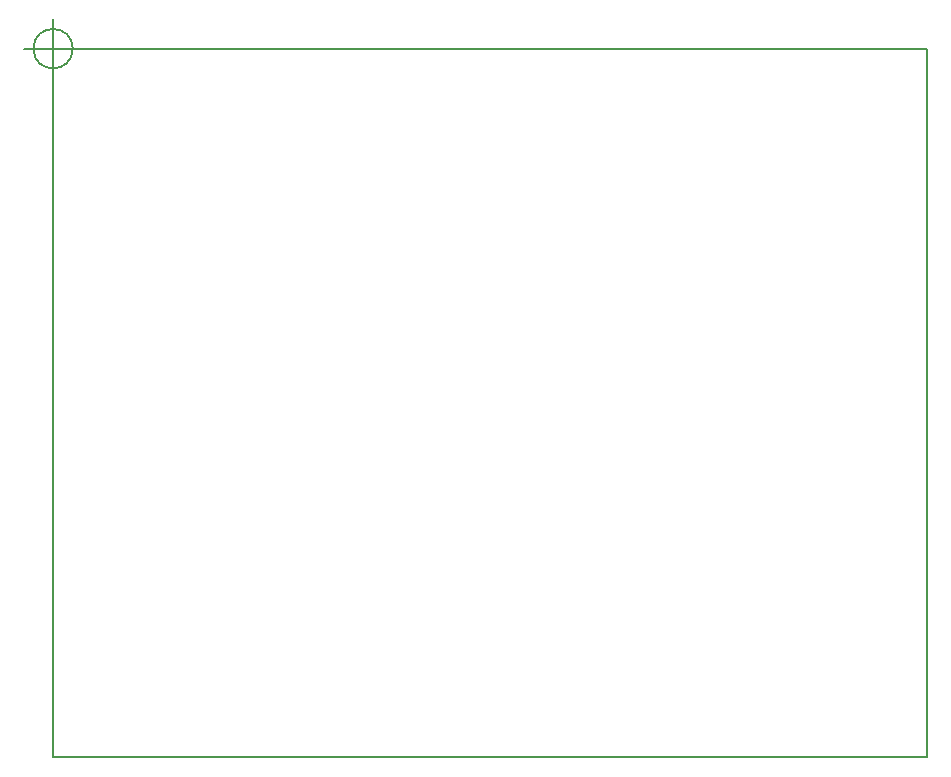
<source format=gbr>
G04 #@! TF.GenerationSoftware,KiCad,Pcbnew,5.0.2+dfsg1-1*
G04 #@! TF.CreationDate,2020-04-16T16:35:58+12:00*
G04 #@! TF.ProjectId,Wireless488,57697265-6c65-4737-9334-38382e6b6963,rev?*
G04 #@! TF.SameCoordinates,Original*
G04 #@! TF.FileFunction,Profile,NP*
%FSLAX46Y46*%
G04 Gerber Fmt 4.6, Leading zero omitted, Abs format (unit mm)*
G04 Created by KiCad (PCBNEW 5.0.2+dfsg1-1) date Thu 16 Apr 2020 16:35:58 NZST*
%MOMM*%
%LPD*%
G01*
G04 APERTURE LIST*
%ADD10C,0.150000*%
%ADD11C,0.200000*%
G04 APERTURE END LIST*
D10*
X92166666Y-50000000D02*
G75*
G03X92166666Y-50000000I-1666666J0D01*
G01*
X88000000Y-50000000D02*
X93000000Y-50000000D01*
X90500000Y-47500000D02*
X90500000Y-52500000D01*
D11*
X90500000Y-50000000D02*
X164500000Y-50000000D01*
X164500000Y-110000000D02*
X164500000Y-50000000D01*
X90500000Y-110000000D02*
X164500000Y-110000000D01*
X90500000Y-50000000D02*
X90500000Y-110000000D01*
M02*

</source>
